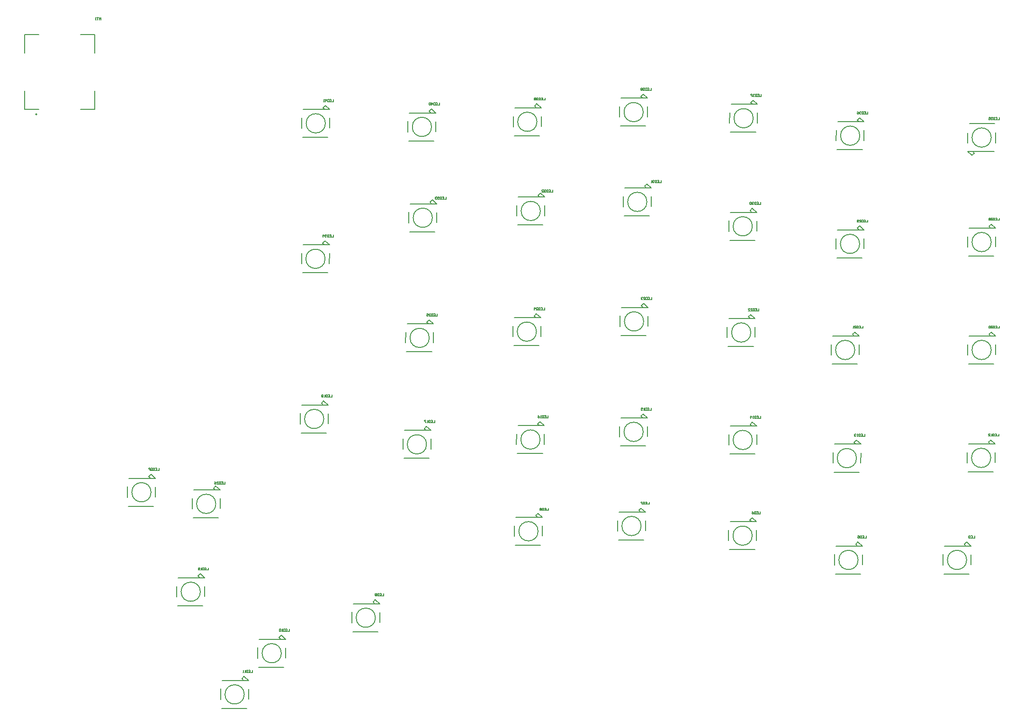
<source format=gbo>
G04*
G04 #@! TF.GenerationSoftware,Altium Limited,Altium Designer,24.5.2 (23)*
G04*
G04 Layer_Color=32896*
%FSLAX44Y44*%
%MOMM*%
G71*
G04*
G04 #@! TF.SameCoordinates,46E3B4B0-CD5B-4495-8DDB-E651780D3609*
G04*
G04*
G04 #@! TF.FilePolarity,Positive*
G04*
G01*
G75*
%ADD11C,0.2000*%
%ADD16C,0.1270*%
D11*
X49170Y602434D02*
G03*
X49170Y602434I-1000J0D01*
G01*
D16*
X945321Y-143510D02*
G03*
X945321Y-143510I-17205J0D01*
G01*
X756345Y417322D02*
G03*
X756345Y417322I-17205J0D01*
G01*
X949385Y429514D02*
G03*
X949385Y429514I-17205J0D01*
G01*
X1139885Y445770D02*
G03*
X1139885Y445770I-17205J0D01*
G01*
X369249Y-94488D02*
G03*
X369249Y-94488I-17205J0D01*
G01*
X1517329Y-194818D02*
G03*
X1517329Y-194818I-17205J0D01*
G01*
X1328099Y-151384D02*
G03*
X1328099Y-151384I-17205J0D01*
G01*
X1129471Y-134112D02*
G03*
X1129471Y-134112I-17205J0D01*
G01*
X654491Y-298196D02*
G03*
X654491Y-298196I-17205J0D01*
G01*
X486343Y-361696D02*
G03*
X486343Y-361696I-17205J0D01*
G01*
X420049Y-435356D02*
G03*
X420049Y-435356I-17205J0D01*
G01*
X1754565Y-12192D02*
G03*
X1754565Y-12192I-17205J0D01*
G01*
X1514535Y-12700D02*
G03*
X1514535Y-12700I-17205J0D01*
G01*
X1328353Y19812D02*
G03*
X1328353Y19812I-17205J0D01*
G01*
X1133281Y34290D02*
G03*
X1133281Y34290I-17205J0D01*
G01*
X948877Y20574D02*
G03*
X948877Y20574I-17205J0D01*
G01*
X745931Y11938D02*
G03*
X745931Y11938I-17205J0D01*
G01*
X562289Y57404D02*
G03*
X562289Y57404I-17205J0D01*
G01*
X341563Y-251714D02*
G03*
X341563Y-251714I-17205J0D01*
G01*
X1755327Y180848D02*
G03*
X1755327Y180848I-17205J0D01*
G01*
X1511487D02*
G03*
X1511487Y180848I-17205J0D01*
G01*
X1325559Y212090D02*
G03*
X1325559Y212090I-17205J0D01*
G01*
X1134043Y231902D02*
G03*
X1134043Y231902I-17205J0D01*
G01*
X942411Y213604D02*
G03*
X942411Y213604I-17205J0D01*
G01*
X750757Y202438D02*
G03*
X750757Y202438I-17205J0D01*
G01*
X253476Y-73722D02*
G03*
X253476Y-73722I-17205J0D01*
G01*
X1755327Y373888D02*
G03*
X1755327Y373888I-17205J0D01*
G01*
X1520123Y370586D02*
G03*
X1520123Y370586I-17205J0D01*
G01*
X1328353Y402082D02*
G03*
X1328353Y402082I-17205J0D01*
G01*
X564575Y343916D02*
G03*
X564575Y343916I-17205J0D01*
G01*
X1755327Y560832D02*
G03*
X1755327Y560832I-17205J0D01*
G01*
X1520377Y564134D02*
G03*
X1520377Y564134I-17205J0D01*
G01*
X1329877Y595376D02*
G03*
X1329877Y595376I-17205J0D01*
G01*
X1133281Y606298D02*
G03*
X1133281Y606298I-17205J0D01*
G01*
X943289Y589026D02*
G03*
X943289Y589026I-17205J0D01*
G01*
X754821Y579882D02*
G03*
X754821Y579882I-17205J0D01*
G01*
X565083Y586232D02*
G03*
X565083Y586232I-17205J0D01*
G01*
X1711385Y-194818D02*
G03*
X1711385Y-194818I-17205J0D01*
G01*
X944116Y-118510D02*
X953116D01*
X941116Y-115510D02*
X944116Y-118510D01*
X941116Y-115510D02*
X945116Y-111510D01*
X953116Y-118510D01*
X953008Y-151892D02*
X953116Y-133858D01*
X904856Y-168510D02*
X949852D01*
X903116Y-152400D02*
X903224Y-133604D01*
X905872Y-118510D02*
X944116D01*
X716896Y442322D02*
X755140D01*
X714140Y408432D02*
X714248Y427228D01*
X715880Y392322D02*
X760876D01*
X764032Y408940D02*
X764140Y426974D01*
X756140Y449322D02*
X764140Y442322D01*
X752140Y445322D02*
X756140Y449322D01*
X752140Y445322D02*
X755140Y442322D01*
X764140D01*
X948180Y454514D02*
X957180D01*
X945180Y457514D02*
X948180Y454514D01*
X945180Y457514D02*
X949180Y461514D01*
X957180Y454514D01*
X957072Y421132D02*
X957180Y439166D01*
X908920Y404514D02*
X953916D01*
X907180Y420624D02*
X907288Y439420D01*
X909936Y454514D02*
X948180D01*
X1100436Y470770D02*
X1138680D01*
X1097680Y436880D02*
X1097788Y455676D01*
X1099420Y420770D02*
X1144416D01*
X1147572Y437388D02*
X1147680Y455422D01*
X1139680Y477770D02*
X1147680Y470770D01*
X1135680Y473770D02*
X1139680Y477770D01*
X1135680Y473770D02*
X1138680Y470770D01*
X1147680D01*
X368044Y-69488D02*
X377044D01*
X365044Y-66488D02*
X368044Y-69488D01*
X365044Y-66488D02*
X369044Y-62488D01*
X377044Y-69488D01*
X376936Y-102870D02*
X377044Y-84836D01*
X328784Y-119488D02*
X373780D01*
X327044Y-103378D02*
X327152Y-84582D01*
X329800Y-69488D02*
X368044D01*
X1516124Y-169818D02*
X1525124D01*
X1513124Y-166818D02*
X1516124Y-169818D01*
X1513124Y-166818D02*
X1517124Y-162818D01*
X1525124Y-169818D01*
X1525016Y-203200D02*
X1525124Y-185166D01*
X1476864Y-219818D02*
X1521860D01*
X1475124Y-203708D02*
X1475232Y-184912D01*
X1477880Y-169818D02*
X1516124D01*
X1288650Y-126384D02*
X1326894D01*
X1285894Y-160274D02*
X1286002Y-141478D01*
X1287634Y-176384D02*
X1332630D01*
X1335786Y-159766D02*
X1335894Y-141732D01*
X1327894Y-119384D02*
X1335894Y-126384D01*
X1323894Y-123384D02*
X1327894Y-119384D01*
X1323894Y-123384D02*
X1326894Y-126384D01*
X1335894D01*
X1128266Y-109112D02*
X1137266D01*
X1125266Y-106112D02*
X1128266Y-109112D01*
X1125266Y-106112D02*
X1129266Y-102112D01*
X1137266Y-109112D01*
X1137158Y-142494D02*
X1137266Y-124460D01*
X1089006Y-159112D02*
X1134002D01*
X1087266Y-143002D02*
X1087374Y-124206D01*
X1090022Y-109112D02*
X1128266D01*
X653286Y-273196D02*
X662286D01*
X650286Y-270196D02*
X653286Y-273196D01*
X650286Y-270196D02*
X654286Y-266196D01*
X662286Y-273196D01*
X662178Y-306578D02*
X662286Y-288544D01*
X614026Y-323196D02*
X659022D01*
X612286Y-307086D02*
X612394Y-288290D01*
X615042Y-273196D02*
X653286D01*
X446894Y-336696D02*
X485138D01*
X444138Y-370586D02*
X444246Y-351790D01*
X445878Y-386696D02*
X490874D01*
X494030Y-370078D02*
X494138Y-352044D01*
X486138Y-329696D02*
X494138Y-336696D01*
X482138Y-333696D02*
X486138Y-329696D01*
X482138Y-333696D02*
X485138Y-336696D01*
X494138D01*
X418844Y-410356D02*
X427844D01*
X415844Y-407356D02*
X418844Y-410356D01*
X415844Y-407356D02*
X419844Y-403356D01*
X427844Y-410356D01*
X427736Y-443738D02*
X427844Y-425704D01*
X379584Y-460356D02*
X424580D01*
X377844Y-444246D02*
X377952Y-425450D01*
X380600Y-410356D02*
X418844D01*
X1715116Y12808D02*
X1753360D01*
X1712360Y-21082D02*
X1712468Y-2286D01*
X1714100Y-37192D02*
X1759096D01*
X1762252Y-20574D02*
X1762360Y-2540D01*
X1754360Y19808D02*
X1762360Y12808D01*
X1750360Y15808D02*
X1754360Y19808D01*
X1750360Y15808D02*
X1753360Y12808D01*
X1762360D01*
X1513330Y12300D02*
X1522330D01*
X1510330Y15300D02*
X1513330Y12300D01*
X1510330Y15300D02*
X1514330Y19300D01*
X1522330Y12300D01*
X1522222Y-21082D02*
X1522330Y-3048D01*
X1474070Y-37700D02*
X1519066D01*
X1472330Y-21590D02*
X1472438Y-2794D01*
X1475086Y12300D02*
X1513330D01*
X1288904Y44812D02*
X1327148D01*
X1286148Y10922D02*
X1286256Y29718D01*
X1287888Y-5188D02*
X1332884D01*
X1336040Y11430D02*
X1336148Y29464D01*
X1328148Y51812D02*
X1336148Y44812D01*
X1324148Y47812D02*
X1328148Y51812D01*
X1324148Y47812D02*
X1327148Y44812D01*
X1336148D01*
X1132076Y59290D02*
X1141076D01*
X1129076Y62290D02*
X1132076Y59290D01*
X1129076Y62290D02*
X1133076Y66290D01*
X1141076Y59290D01*
X1140968Y25908D02*
X1141076Y43942D01*
X1092816Y9290D02*
X1137812D01*
X1091076Y25400D02*
X1091184Y44196D01*
X1093832Y59290D02*
X1132076D01*
X909428Y45574D02*
X947672D01*
X906672Y11684D02*
X906780Y30480D01*
X908412Y-4426D02*
X953408D01*
X956564Y12192D02*
X956672Y30226D01*
X948672Y52574D02*
X956672Y45574D01*
X944672Y48574D02*
X948672Y52574D01*
X944672Y48574D02*
X947672Y45574D01*
X956672D01*
X744726Y36938D02*
X753726D01*
X741726Y39938D02*
X744726Y36938D01*
X741726Y39938D02*
X745726Y43938D01*
X753726Y36938D01*
X753618Y3556D02*
X753726Y21590D01*
X705466Y-13062D02*
X750462D01*
X703726Y3048D02*
X703834Y21844D01*
X706482Y36938D02*
X744726D01*
X522840Y82404D02*
X561084D01*
X520084Y48514D02*
X520192Y67310D01*
X521824Y32404D02*
X566820D01*
X569976Y49022D02*
X570084Y67056D01*
X562084Y89404D02*
X570084Y82404D01*
X558084Y85404D02*
X562084Y89404D01*
X558084Y85404D02*
X561084Y82404D01*
X570084D01*
X340358Y-226714D02*
X349358D01*
X337358Y-223714D02*
X340358Y-226714D01*
X337358Y-223714D02*
X341358Y-219714D01*
X349358Y-226714D01*
X349250Y-260096D02*
X349358Y-242062D01*
X301098Y-276714D02*
X346094D01*
X299358Y-260604D02*
X299466Y-241808D01*
X302114Y-226714D02*
X340358D01*
X1715878Y205848D02*
X1754122D01*
X1713122Y171958D02*
X1713230Y190754D01*
X1714862Y155848D02*
X1759858D01*
X1763014Y172466D02*
X1763122Y190500D01*
X1755122Y212848D02*
X1763122Y205848D01*
X1751122Y208848D02*
X1755122Y212848D01*
X1751122Y208848D02*
X1754122Y205848D01*
X1763122D01*
X1510282D02*
X1519282D01*
X1507282Y208848D02*
X1510282Y205848D01*
X1507282Y208848D02*
X1511282Y212848D01*
X1519282Y205848D01*
X1519174Y172466D02*
X1519282Y190500D01*
X1471022Y155848D02*
X1516018D01*
X1469282Y171958D02*
X1469390Y190754D01*
X1472038Y205848D02*
X1510282D01*
X1286110Y237090D02*
X1324354D01*
X1283354Y203200D02*
X1283462Y221996D01*
X1285094Y187090D02*
X1330090D01*
X1333246Y203708D02*
X1333354Y221742D01*
X1325354Y244090D02*
X1333354Y237090D01*
X1321354Y240090D02*
X1325354Y244090D01*
X1321354Y240090D02*
X1324354Y237090D01*
X1333354D01*
X1132838Y256902D02*
X1141838D01*
X1129838Y259902D02*
X1132838Y256902D01*
X1129838Y259902D02*
X1133838Y263902D01*
X1141838Y256902D01*
X1141730Y223520D02*
X1141838Y241554D01*
X1093578Y206902D02*
X1138574D01*
X1091838Y223012D02*
X1091946Y241808D01*
X1094594Y256902D02*
X1132838D01*
X902962Y238604D02*
X941206D01*
X900206Y204714D02*
X900314Y223510D01*
X901946Y188604D02*
X946942D01*
X950098Y205222D02*
X950206Y223256D01*
X942206Y245604D02*
X950206Y238604D01*
X938206Y241604D02*
X942206Y245604D01*
X938206Y241604D02*
X941206Y238604D01*
X950206D01*
X749552Y227438D02*
X758552D01*
X746552Y230438D02*
X749552Y227438D01*
X746552Y230438D02*
X750552Y234438D01*
X758552Y227438D01*
X758444Y194056D02*
X758552Y212090D01*
X710292Y177438D02*
X755288D01*
X708552Y193548D02*
X708660Y212344D01*
X711308Y227438D02*
X749552D01*
X252271Y-48722D02*
X261271D01*
X249271Y-45722D02*
X252271Y-48722D01*
X249271Y-45722D02*
X253271Y-41722D01*
X261271Y-48722D01*
X261163Y-82104D02*
X261271Y-64070D01*
X213011Y-98722D02*
X258007D01*
X211271Y-82612D02*
X211379Y-63816D01*
X214027Y-48722D02*
X252271D01*
X1715878Y398888D02*
X1754122D01*
X1713122Y364998D02*
X1713230Y383794D01*
X1714862Y348888D02*
X1759858D01*
X1763014Y365506D02*
X1763122Y383540D01*
X1755122Y405888D02*
X1763122Y398888D01*
X1751122Y401888D02*
X1755122Y405888D01*
X1751122Y401888D02*
X1754122Y398888D01*
X1763122D01*
X1518918Y395586D02*
X1527918D01*
X1515918Y398586D02*
X1518918Y395586D01*
X1515918Y398586D02*
X1519918Y402586D01*
X1527918Y395586D01*
X1527810Y362204D02*
X1527918Y380238D01*
X1479658Y345586D02*
X1524654D01*
X1477918Y361696D02*
X1478026Y380492D01*
X1480674Y395586D02*
X1518918D01*
X1288904Y427082D02*
X1327148D01*
X1286148Y393192D02*
X1286256Y411988D01*
X1287888Y377082D02*
X1332884D01*
X1336040Y393700D02*
X1336148Y411734D01*
X1328148Y434082D02*
X1336148Y427082D01*
X1324148Y430082D02*
X1328148Y434082D01*
X1324148Y430082D02*
X1327148Y427082D01*
X1336148D01*
X525126Y368916D02*
X563370D01*
X522370Y335026D02*
X522478Y353822D01*
X524110Y318916D02*
X569106D01*
X572262Y335534D02*
X572370Y353568D01*
X564370Y375916D02*
X572370Y368916D01*
X560370Y371916D02*
X564370Y375916D01*
X560370Y371916D02*
X563370Y368916D01*
X572370D01*
X1713122Y535832D02*
X1722122D01*
X1725122Y532832D01*
X1721122Y528832D02*
X1725122Y532832D01*
X1713122Y535832D02*
X1721122Y528832D01*
X1713122Y551180D02*
X1713230Y569214D01*
X1716386Y585832D02*
X1761382D01*
X1763014Y550926D02*
X1763122Y569722D01*
X1722122Y535832D02*
X1760366D01*
X1480928Y589134D02*
X1519172D01*
X1478172Y555244D02*
X1478280Y574040D01*
X1479912Y539134D02*
X1524908D01*
X1528064Y555752D02*
X1528172Y573786D01*
X1520172Y596134D02*
X1528172Y589134D01*
X1516172Y592134D02*
X1520172Y596134D01*
X1516172Y592134D02*
X1519172Y589134D01*
X1528172D01*
X1328672Y620376D02*
X1337672D01*
X1325672Y623376D02*
X1328672Y620376D01*
X1325672Y623376D02*
X1329672Y627376D01*
X1337672Y620376D01*
X1337564Y586994D02*
X1337672Y605028D01*
X1289412Y570376D02*
X1334408D01*
X1287672Y586486D02*
X1287780Y605282D01*
X1290428Y620376D02*
X1328672D01*
X1093832Y631298D02*
X1132076D01*
X1091076Y597408D02*
X1091184Y616204D01*
X1092816Y581298D02*
X1137812D01*
X1140968Y597916D02*
X1141076Y615950D01*
X1133076Y638298D02*
X1141076Y631298D01*
X1129076Y634298D02*
X1133076Y638298D01*
X1129076Y634298D02*
X1132076Y631298D01*
X1141076D01*
X942084Y614026D02*
X951084D01*
X939084Y617026D02*
X942084Y614026D01*
X939084Y617026D02*
X943084Y621026D01*
X951084Y614026D01*
X950976Y580644D02*
X951084Y598678D01*
X902824Y564026D02*
X947820D01*
X901084Y580136D02*
X901192Y598932D01*
X903840Y614026D02*
X942084D01*
X715372Y604882D02*
X753616D01*
X712616Y570992D02*
X712724Y589788D01*
X714356Y554882D02*
X759352D01*
X762508Y571500D02*
X762616Y589534D01*
X754616Y611882D02*
X762616Y604882D01*
X750616Y607882D02*
X754616Y611882D01*
X750616Y607882D02*
X753616Y604882D01*
X762616D01*
X563878Y611232D02*
X572878D01*
X560878Y614232D02*
X563878Y611232D01*
X560878Y614232D02*
X564878Y618232D01*
X572878Y611232D01*
X572770Y577850D02*
X572878Y595884D01*
X524618Y561232D02*
X569614D01*
X522878Y577342D02*
X522986Y596138D01*
X525634Y611232D02*
X563878D01*
X1671936Y-169818D02*
X1710180D01*
X1669180Y-203708D02*
X1669288Y-184912D01*
X1670920Y-219818D02*
X1715916D01*
X1719072Y-203200D02*
X1719180Y-185166D01*
X1711180Y-162818D02*
X1719180Y-169818D01*
X1707180Y-166818D02*
X1711180Y-162818D01*
X1707180Y-166818D02*
X1710180Y-169818D01*
X1719180D01*
X27670Y611434D02*
Y644434D01*
Y611434D02*
X53170D01*
X127170D02*
X152670D01*
Y644434D01*
X27670Y712434D02*
Y745434D01*
X53170D01*
X127170D02*
X152670D01*
Y712434D02*
Y745434D01*
X1725930Y-151893D02*
Y-155956D01*
X1723221D01*
X1719159Y-151893D02*
X1721867D01*
Y-155956D01*
X1719159D01*
X1721867Y-153925D02*
X1720513D01*
X1717805Y-151893D02*
Y-155956D01*
X1715773D01*
X1715096Y-155279D01*
Y-152570D01*
X1715773Y-151893D01*
X1717805D01*
X579628Y629157D02*
Y625094D01*
X576920D01*
X572857Y629157D02*
X575565D01*
Y625094D01*
X572857D01*
X575565Y627125D02*
X574211D01*
X571503Y629157D02*
Y625094D01*
X569471D01*
X568794Y625771D01*
Y628480D01*
X569471Y629157D01*
X571503D01*
X565409Y625094D02*
Y629157D01*
X567440Y627125D01*
X564731D01*
X563377Y625094D02*
X562023D01*
X562700D01*
Y629157D01*
X563377Y628480D01*
X769366Y622807D02*
Y618744D01*
X766657D01*
X762595Y622807D02*
X765303D01*
Y618744D01*
X762595D01*
X765303Y620775D02*
X763949D01*
X761241Y622807D02*
Y618744D01*
X759209D01*
X758532Y619421D01*
Y622130D01*
X759209Y622807D01*
X761241D01*
X755147Y618744D02*
Y622807D01*
X757178Y620775D01*
X754470D01*
X753115Y622130D02*
X752438Y622807D01*
X751084D01*
X750407Y622130D01*
Y619421D01*
X751084Y618744D01*
X752438D01*
X753115Y619421D01*
Y622130D01*
X957834Y631951D02*
Y627888D01*
X955126D01*
X951063Y631951D02*
X953771D01*
Y627888D01*
X951063D01*
X953771Y629919D02*
X952417D01*
X949709Y631951D02*
Y627888D01*
X947677D01*
X947000Y628565D01*
Y631274D01*
X947677Y631951D01*
X949709D01*
X945646Y631274D02*
X944969Y631951D01*
X943615D01*
X942937Y631274D01*
Y630597D01*
X943615Y629919D01*
X944292D01*
X943615D01*
X942937Y629242D01*
Y628565D01*
X943615Y627888D01*
X944969D01*
X945646Y628565D01*
X941583D02*
X940906Y627888D01*
X939552D01*
X938875Y628565D01*
Y631274D01*
X939552Y631951D01*
X940906D01*
X941583Y631274D01*
Y630597D01*
X940906Y629919D01*
X938875D01*
X1147826Y649223D02*
Y645160D01*
X1145117D01*
X1141055Y649223D02*
X1143763D01*
Y645160D01*
X1141055D01*
X1143763Y647191D02*
X1142409D01*
X1139701Y649223D02*
Y645160D01*
X1137669D01*
X1136992Y645837D01*
Y648546D01*
X1137669Y649223D01*
X1139701D01*
X1135638Y648546D02*
X1134961Y649223D01*
X1133607D01*
X1132930Y648546D01*
Y647868D01*
X1133607Y647191D01*
X1134284D01*
X1133607D01*
X1132930Y646514D01*
Y645837D01*
X1133607Y645160D01*
X1134961D01*
X1135638Y645837D01*
X1131575Y648546D02*
X1130898Y649223D01*
X1129544D01*
X1128867Y648546D01*
Y647868D01*
X1129544Y647191D01*
X1128867Y646514D01*
Y645837D01*
X1129544Y645160D01*
X1130898D01*
X1131575Y645837D01*
Y646514D01*
X1130898Y647191D01*
X1131575Y647868D01*
Y648546D01*
X1130898Y647191D02*
X1129544D01*
X1344422Y638301D02*
Y634238D01*
X1341714D01*
X1337651Y638301D02*
X1340359D01*
Y634238D01*
X1337651D01*
X1340359Y636269D02*
X1339005D01*
X1336297Y638301D02*
Y634238D01*
X1334265D01*
X1333588Y634915D01*
Y637624D01*
X1334265Y638301D01*
X1336297D01*
X1332234Y637624D02*
X1331557Y638301D01*
X1330203D01*
X1329525Y637624D01*
Y636946D01*
X1330203Y636269D01*
X1330880D01*
X1330203D01*
X1329525Y635592D01*
Y634915D01*
X1330203Y634238D01*
X1331557D01*
X1332234Y634915D01*
X1328171Y638301D02*
X1325463D01*
Y637624D01*
X1328171Y634915D01*
Y634238D01*
X1534922Y607059D02*
Y602996D01*
X1532213D01*
X1528151Y607059D02*
X1530859D01*
Y602996D01*
X1528151D01*
X1530859Y605027D02*
X1529505D01*
X1526797Y607059D02*
Y602996D01*
X1524765D01*
X1524088Y603673D01*
Y606382D01*
X1524765Y607059D01*
X1526797D01*
X1522734Y606382D02*
X1522057Y607059D01*
X1520703D01*
X1520025Y606382D01*
Y605704D01*
X1520703Y605027D01*
X1521380D01*
X1520703D01*
X1520025Y604350D01*
Y603673D01*
X1520703Y602996D01*
X1522057D01*
X1522734Y603673D01*
X1515963Y607059D02*
X1517317Y606382D01*
X1518671Y605027D01*
Y603673D01*
X1517994Y602996D01*
X1516640D01*
X1515963Y603673D01*
Y604350D01*
X1516640Y605027D01*
X1518671D01*
X1769872Y596899D02*
Y592836D01*
X1767164D01*
X1763101Y596899D02*
X1765809D01*
Y592836D01*
X1763101D01*
X1765809Y594867D02*
X1764455D01*
X1761747Y596899D02*
Y592836D01*
X1759715D01*
X1759038Y593513D01*
Y596222D01*
X1759715Y596899D01*
X1761747D01*
X1757684Y596222D02*
X1757007Y596899D01*
X1755653D01*
X1754975Y596222D01*
Y595545D01*
X1755653Y594867D01*
X1756330D01*
X1755653D01*
X1754975Y594190D01*
Y593513D01*
X1755653Y592836D01*
X1757007D01*
X1757684Y593513D01*
X1750913Y596899D02*
X1753621D01*
Y594867D01*
X1752267Y595545D01*
X1751590D01*
X1750913Y594867D01*
Y593513D01*
X1751590Y592836D01*
X1752944D01*
X1753621Y593513D01*
X579120Y386841D02*
Y382778D01*
X576412D01*
X572349Y386841D02*
X575057D01*
Y382778D01*
X572349D01*
X575057Y384809D02*
X573703D01*
X570995Y386841D02*
Y382778D01*
X568963D01*
X568286Y383455D01*
Y386164D01*
X568963Y386841D01*
X570995D01*
X566932Y386164D02*
X566255Y386841D01*
X564901D01*
X564224Y386164D01*
Y385486D01*
X564901Y384809D01*
X565578D01*
X564901D01*
X564224Y384132D01*
Y383455D01*
X564901Y382778D01*
X566255D01*
X566932Y383455D01*
X560838Y382778D02*
Y386841D01*
X562869Y384809D01*
X560161D01*
X780878Y454659D02*
Y450597D01*
X778169D01*
X774107Y454659D02*
X776815D01*
Y450597D01*
X774107D01*
X776815Y452628D02*
X775461D01*
X772752Y454659D02*
Y450597D01*
X770721D01*
X770044Y451274D01*
Y453982D01*
X770721Y454659D01*
X772752D01*
X768689Y453982D02*
X768012Y454659D01*
X766658D01*
X765981Y453982D01*
Y453305D01*
X766658Y452628D01*
X767335D01*
X766658D01*
X765981Y451951D01*
Y451274D01*
X766658Y450597D01*
X768012D01*
X768689Y451274D01*
X764627Y453982D02*
X763950Y454659D01*
X762596D01*
X761918Y453982D01*
Y453305D01*
X762596Y452628D01*
X763273D01*
X762596D01*
X761918Y451951D01*
Y451274D01*
X762596Y450597D01*
X763950D01*
X764627Y451274D01*
X971378Y467105D02*
Y463043D01*
X968669D01*
X964606Y467105D02*
X967315D01*
Y463043D01*
X964606D01*
X967315Y465074D02*
X965961D01*
X963252Y467105D02*
Y463043D01*
X961221D01*
X960544Y463720D01*
Y466428D01*
X961221Y467105D01*
X963252D01*
X959190Y466428D02*
X958512Y467105D01*
X957158D01*
X956481Y466428D01*
Y465751D01*
X957158Y465074D01*
X957835D01*
X957158D01*
X956481Y464397D01*
Y463720D01*
X957158Y463043D01*
X958512D01*
X959190Y463720D01*
X952418Y463043D02*
X955127D01*
X952418Y465751D01*
Y466428D01*
X953095Y467105D01*
X954450D01*
X955127Y466428D01*
X1165011Y483869D02*
Y479807D01*
X1162302D01*
X1158239Y483869D02*
X1160948D01*
Y479807D01*
X1158239D01*
X1160948Y481838D02*
X1159594D01*
X1156885Y483869D02*
Y479807D01*
X1154854D01*
X1154177Y480484D01*
Y483192D01*
X1154854Y483869D01*
X1156885D01*
X1152822Y483192D02*
X1152145Y483869D01*
X1150791D01*
X1150114Y483192D01*
Y482515D01*
X1150791Y481838D01*
X1151468D01*
X1150791D01*
X1150114Y481161D01*
Y480484D01*
X1150791Y479807D01*
X1152145D01*
X1152822Y480484D01*
X1148760Y479807D02*
X1147405D01*
X1148083D01*
Y483869D01*
X1148760Y483192D01*
X1342898Y445007D02*
Y440944D01*
X1340190D01*
X1336127Y445007D02*
X1338835D01*
Y440944D01*
X1336127D01*
X1338835Y442975D02*
X1337481D01*
X1334773Y445007D02*
Y440944D01*
X1332741D01*
X1332064Y441621D01*
Y444330D01*
X1332741Y445007D01*
X1334773D01*
X1330710Y444330D02*
X1330033Y445007D01*
X1328679D01*
X1328002Y444330D01*
Y443652D01*
X1328679Y442975D01*
X1329356D01*
X1328679D01*
X1328002Y442298D01*
Y441621D01*
X1328679Y440944D01*
X1330033D01*
X1330710Y441621D01*
X1326647Y444330D02*
X1325970Y445007D01*
X1324616D01*
X1323939Y444330D01*
Y441621D01*
X1324616Y440944D01*
X1325970D01*
X1326647Y441621D01*
Y444330D01*
X1534668Y413511D02*
Y409448D01*
X1531960D01*
X1527897Y413511D02*
X1530605D01*
Y409448D01*
X1527897D01*
X1530605Y411479D02*
X1529251D01*
X1526543Y413511D02*
Y409448D01*
X1524511D01*
X1523834Y410125D01*
Y412834D01*
X1524511Y413511D01*
X1526543D01*
X1519772Y409448D02*
X1522480D01*
X1519772Y412156D01*
Y412834D01*
X1520449Y413511D01*
X1521803D01*
X1522480Y412834D01*
X1518417Y410125D02*
X1517740Y409448D01*
X1516386D01*
X1515709Y410125D01*
Y412834D01*
X1516386Y413511D01*
X1517740D01*
X1518417Y412834D01*
Y412156D01*
X1517740Y411479D01*
X1515709D01*
X1769872Y416813D02*
Y412750D01*
X1767164D01*
X1763101Y416813D02*
X1765809D01*
Y412750D01*
X1763101D01*
X1765809Y414781D02*
X1764455D01*
X1761747Y416813D02*
Y412750D01*
X1759715D01*
X1759038Y413427D01*
Y416136D01*
X1759715Y416813D01*
X1761747D01*
X1754975Y412750D02*
X1757684D01*
X1754975Y415458D01*
Y416136D01*
X1755653Y416813D01*
X1757007D01*
X1757684Y416136D01*
X1753621D02*
X1752944Y416813D01*
X1751590D01*
X1750913Y416136D01*
Y415458D01*
X1751590Y414781D01*
X1750913Y414104D01*
Y413427D01*
X1751590Y412750D01*
X1752944D01*
X1753621Y413427D01*
Y414104D01*
X1752944Y414781D01*
X1753621Y415458D01*
Y416136D01*
X1752944Y414781D02*
X1751590D01*
X267970Y-30735D02*
Y-34798D01*
X265261D01*
X261199Y-30735D02*
X263907D01*
Y-34798D01*
X261199D01*
X263907Y-32767D02*
X262553D01*
X259845Y-30735D02*
Y-34798D01*
X257813D01*
X257136Y-34121D01*
Y-31412D01*
X257813Y-30735D01*
X259845D01*
X253074Y-34798D02*
X255782D01*
X253074Y-32090D01*
Y-31412D01*
X253751Y-30735D01*
X255105D01*
X255782Y-31412D01*
X251719Y-30735D02*
X249011D01*
Y-31412D01*
X251719Y-34121D01*
Y-34798D01*
X385908Y-54865D02*
Y-58927D01*
X383199D01*
X379137Y-54865D02*
X381845D01*
Y-58927D01*
X379137D01*
X381845Y-56896D02*
X380491D01*
X377782Y-54865D02*
Y-58927D01*
X375751D01*
X375074Y-58250D01*
Y-55542D01*
X375751Y-54865D01*
X377782D01*
X371011Y-58927D02*
X373719D01*
X371011Y-56219D01*
Y-55542D01*
X371688Y-54865D01*
X373042D01*
X373719Y-55542D01*
X366948Y-54865D02*
X368303Y-55542D01*
X369657Y-56896D01*
Y-58250D01*
X368980Y-58927D01*
X367626D01*
X366948Y-58250D01*
Y-57573D01*
X367626Y-56896D01*
X369657D01*
X765302Y245363D02*
Y241300D01*
X762594D01*
X758531Y245363D02*
X761239D01*
Y241300D01*
X758531D01*
X761239Y243331D02*
X759885D01*
X757177Y245363D02*
Y241300D01*
X755145D01*
X754468Y241977D01*
Y244686D01*
X755145Y245363D01*
X757177D01*
X750406Y241300D02*
X753114D01*
X750406Y244009D01*
Y244686D01*
X751083Y245363D01*
X752437D01*
X753114Y244686D01*
X746343Y245363D02*
X749051D01*
Y243331D01*
X747697Y244009D01*
X747020D01*
X746343Y243331D01*
Y241977D01*
X747020Y241300D01*
X748374D01*
X749051Y241977D01*
X957072Y256539D02*
Y252476D01*
X954363D01*
X950301Y256539D02*
X953009D01*
Y252476D01*
X950301D01*
X953009Y254507D02*
X951655D01*
X948947Y256539D02*
Y252476D01*
X946915D01*
X946238Y253153D01*
Y255862D01*
X946915Y256539D01*
X948947D01*
X942176Y252476D02*
X944884D01*
X942176Y255184D01*
Y255862D01*
X942853Y256539D01*
X944207D01*
X944884Y255862D01*
X938790Y252476D02*
Y256539D01*
X940821Y254507D01*
X938113D01*
X1148588Y274827D02*
Y270764D01*
X1145880D01*
X1141817Y274827D02*
X1144525D01*
Y270764D01*
X1141817D01*
X1144525Y272795D02*
X1143171D01*
X1140463Y274827D02*
Y270764D01*
X1138431D01*
X1137754Y271441D01*
Y274150D01*
X1138431Y274827D01*
X1140463D01*
X1133691Y270764D02*
X1136400D01*
X1133691Y273472D01*
Y274150D01*
X1134369Y274827D01*
X1135723D01*
X1136400Y274150D01*
X1132337D02*
X1131660Y274827D01*
X1130306D01*
X1129629Y274150D01*
Y273472D01*
X1130306Y272795D01*
X1130983D01*
X1130306D01*
X1129629Y272118D01*
Y271441D01*
X1130306Y270764D01*
X1131660D01*
X1132337Y271441D01*
X1340104Y255015D02*
Y250952D01*
X1337395D01*
X1333333Y255015D02*
X1336041D01*
Y250952D01*
X1333333D01*
X1336041Y252983D02*
X1334687D01*
X1331979Y255015D02*
Y250952D01*
X1329947D01*
X1329270Y251629D01*
Y254338D01*
X1329947Y255015D01*
X1331979D01*
X1325208Y250952D02*
X1327916D01*
X1325208Y253661D01*
Y254338D01*
X1325885Y255015D01*
X1327239D01*
X1327916Y254338D01*
X1321145Y250952D02*
X1323853D01*
X1321145Y253661D01*
Y254338D01*
X1321822Y255015D01*
X1323176D01*
X1323853Y254338D01*
X1526032Y223773D02*
Y219710D01*
X1523324D01*
X1519261Y223773D02*
X1521969D01*
Y219710D01*
X1519261D01*
X1521969Y221741D02*
X1520615D01*
X1517907Y223773D02*
Y219710D01*
X1515875D01*
X1515198Y220387D01*
Y223096D01*
X1515875Y223773D01*
X1517907D01*
X1511136Y219710D02*
X1513844D01*
X1511136Y222418D01*
Y223096D01*
X1511813Y223773D01*
X1513167D01*
X1513844Y223096D01*
X1509781Y219710D02*
X1508427D01*
X1509104D01*
Y223773D01*
X1509781Y223096D01*
X1769872Y223773D02*
Y219710D01*
X1767164D01*
X1763101Y223773D02*
X1765809D01*
Y219710D01*
X1763101D01*
X1765809Y221741D02*
X1764455D01*
X1761747Y223773D02*
Y219710D01*
X1759715D01*
X1759038Y220387D01*
Y223096D01*
X1759715Y223773D01*
X1761747D01*
X1754975Y219710D02*
X1757684D01*
X1754975Y222418D01*
Y223096D01*
X1755653Y223773D01*
X1757007D01*
X1757684Y223096D01*
X1753621D02*
X1752944Y223773D01*
X1751590D01*
X1750913Y223096D01*
Y220387D01*
X1751590Y219710D01*
X1752944D01*
X1753621Y220387D01*
Y223096D01*
X356108Y-208789D02*
Y-212852D01*
X353400D01*
X349337Y-208789D02*
X352045D01*
Y-212852D01*
X349337D01*
X352045Y-210821D02*
X350691D01*
X347983Y-208789D02*
Y-212852D01*
X345951D01*
X345274Y-212175D01*
Y-209466D01*
X345951Y-208789D01*
X347983D01*
X343920Y-212852D02*
X342566D01*
X343243D01*
Y-208789D01*
X343920Y-209466D01*
X340534Y-212175D02*
X339857Y-212852D01*
X338503D01*
X337826Y-212175D01*
Y-209466D01*
X338503Y-208789D01*
X339857D01*
X340534Y-209466D01*
Y-210144D01*
X339857Y-210821D01*
X337826D01*
X576834Y100329D02*
Y96266D01*
X574126D01*
X570063Y100329D02*
X572771D01*
Y96266D01*
X570063D01*
X572771Y98297D02*
X571417D01*
X568709Y100329D02*
Y96266D01*
X566677D01*
X566000Y96943D01*
Y99652D01*
X566677Y100329D01*
X568709D01*
X564646Y96266D02*
X563292D01*
X563969D01*
Y100329D01*
X564646Y99652D01*
X561260D02*
X560583Y100329D01*
X559229D01*
X558552Y99652D01*
Y98975D01*
X559229Y98297D01*
X558552Y97620D01*
Y96943D01*
X559229Y96266D01*
X560583D01*
X561260Y96943D01*
Y97620D01*
X560583Y98297D01*
X561260Y98975D01*
Y99652D01*
X560583Y98297D02*
X559229D01*
X760476Y54863D02*
Y50800D01*
X757767D01*
X753705Y54863D02*
X756413D01*
Y50800D01*
X753705D01*
X756413Y52831D02*
X755059D01*
X752351Y54863D02*
Y50800D01*
X750319D01*
X749642Y51477D01*
Y54186D01*
X750319Y54863D01*
X752351D01*
X748288Y50800D02*
X746934D01*
X747611D01*
Y54863D01*
X748288Y54186D01*
X744902Y54863D02*
X742194D01*
Y54186D01*
X744902Y51477D01*
Y50800D01*
X963422Y63499D02*
Y59436D01*
X960714D01*
X956651Y63499D02*
X959359D01*
Y59436D01*
X956651D01*
X959359Y61467D02*
X958005D01*
X955297Y63499D02*
Y59436D01*
X953265D01*
X952588Y60113D01*
Y62822D01*
X953265Y63499D01*
X955297D01*
X951234Y59436D02*
X949880D01*
X950557D01*
Y63499D01*
X951234Y62822D01*
X945140Y63499D02*
X946494Y62822D01*
X947848Y61467D01*
Y60113D01*
X947171Y59436D01*
X945817D01*
X945140Y60113D01*
Y60790D01*
X945817Y61467D01*
X947848D01*
X1147826Y77215D02*
Y73152D01*
X1145117D01*
X1141055Y77215D02*
X1143763D01*
Y73152D01*
X1141055D01*
X1143763Y75183D02*
X1142409D01*
X1139701Y77215D02*
Y73152D01*
X1137669D01*
X1136992Y73829D01*
Y76538D01*
X1137669Y77215D01*
X1139701D01*
X1135638Y73152D02*
X1134284D01*
X1134961D01*
Y77215D01*
X1135638Y76538D01*
X1129544Y77215D02*
X1132252D01*
Y75183D01*
X1130898Y75861D01*
X1130221D01*
X1129544Y75183D01*
Y73829D01*
X1130221Y73152D01*
X1131575D01*
X1132252Y73829D01*
X1342898Y62737D02*
Y58674D01*
X1340190D01*
X1336127Y62737D02*
X1338835D01*
Y58674D01*
X1336127D01*
X1338835Y60705D02*
X1337481D01*
X1334773Y62737D02*
Y58674D01*
X1332741D01*
X1332064Y59351D01*
Y62060D01*
X1332741Y62737D01*
X1334773D01*
X1330710Y58674D02*
X1329356D01*
X1330033D01*
Y62737D01*
X1330710Y62060D01*
X1325293Y58674D02*
Y62737D01*
X1327324Y60705D01*
X1324616D01*
X1529080Y30225D02*
Y26162D01*
X1526371D01*
X1522309Y30225D02*
X1525017D01*
Y26162D01*
X1522309D01*
X1525017Y28193D02*
X1523663D01*
X1520955Y30225D02*
Y26162D01*
X1518923D01*
X1518246Y26839D01*
Y29548D01*
X1518923Y30225D01*
X1520955D01*
X1516892Y26162D02*
X1515538D01*
X1516215D01*
Y30225D01*
X1516892Y29548D01*
X1513506D02*
X1512829Y30225D01*
X1511475D01*
X1510798Y29548D01*
Y28870D01*
X1511475Y28193D01*
X1512152D01*
X1511475D01*
X1510798Y27516D01*
Y26839D01*
X1511475Y26162D01*
X1512829D01*
X1513506Y26839D01*
X1769110Y30733D02*
Y26670D01*
X1766402D01*
X1762339Y30733D02*
X1765047D01*
Y26670D01*
X1762339D01*
X1765047Y28701D02*
X1763693D01*
X1760985Y30733D02*
Y26670D01*
X1758953D01*
X1758276Y27347D01*
Y30056D01*
X1758953Y30733D01*
X1760985D01*
X1756922Y26670D02*
X1755568D01*
X1756245D01*
Y30733D01*
X1756922Y30056D01*
X1750828Y26670D02*
X1753536D01*
X1750828Y29378D01*
Y30056D01*
X1751505Y30733D01*
X1752859D01*
X1753536Y30056D01*
X434594Y-392431D02*
Y-396494D01*
X431885D01*
X427823Y-392431D02*
X430531D01*
Y-396494D01*
X427823D01*
X430531Y-394463D02*
X429177D01*
X426469Y-392431D02*
Y-396494D01*
X424437D01*
X423760Y-395817D01*
Y-393108D01*
X424437Y-392431D01*
X426469D01*
X422406Y-396494D02*
X421052D01*
X421729D01*
Y-392431D01*
X422406Y-393108D01*
X419020Y-396494D02*
X417666D01*
X418343D01*
Y-392431D01*
X419020Y-393108D01*
X500888Y-318771D02*
Y-322834D01*
X498180D01*
X494117Y-318771D02*
X496825D01*
Y-322834D01*
X494117D01*
X496825Y-320803D02*
X495471D01*
X492763Y-318771D02*
Y-322834D01*
X490731D01*
X490054Y-322157D01*
Y-319448D01*
X490731Y-318771D01*
X492763D01*
X488700Y-322834D02*
X487346D01*
X488023D01*
Y-318771D01*
X488700Y-319448D01*
X485314D02*
X484637Y-318771D01*
X483283D01*
X482606Y-319448D01*
Y-322157D01*
X483283Y-322834D01*
X484637D01*
X485314Y-322157D01*
Y-319448D01*
X669036Y-255271D02*
Y-259334D01*
X666328D01*
X662265Y-255271D02*
X664973D01*
Y-259334D01*
X662265D01*
X664973Y-257303D02*
X663619D01*
X660911Y-255271D02*
Y-259334D01*
X658879D01*
X658202Y-258657D01*
Y-255948D01*
X658879Y-255271D01*
X660911D01*
X656848Y-258657D02*
X656171Y-259334D01*
X654817D01*
X654139Y-258657D01*
Y-255948D01*
X654817Y-255271D01*
X656171D01*
X656848Y-255948D01*
Y-256625D01*
X656171Y-257303D01*
X654139D01*
X963504Y-102109D02*
Y-106171D01*
X960796D01*
X956733Y-102109D02*
X959442D01*
Y-106171D01*
X956733D01*
X959442Y-104140D02*
X958087D01*
X955379Y-102109D02*
Y-106171D01*
X953347D01*
X952670Y-105494D01*
Y-102786D01*
X953347Y-102109D01*
X955379D01*
X951316Y-102786D02*
X950639Y-102109D01*
X949285D01*
X948608Y-102786D01*
Y-103463D01*
X949285Y-104140D01*
X948608Y-104817D01*
Y-105494D01*
X949285Y-106171D01*
X950639D01*
X951316Y-105494D01*
Y-104817D01*
X950639Y-104140D01*
X951316Y-103463D01*
Y-102786D01*
X950639Y-104140D02*
X949285D01*
X1144016Y-91187D02*
Y-95250D01*
X1141308D01*
X1137245Y-91187D02*
X1139953D01*
Y-95250D01*
X1137245D01*
X1139953Y-93219D02*
X1138599D01*
X1135891Y-91187D02*
Y-95250D01*
X1133859D01*
X1133182Y-94573D01*
Y-91864D01*
X1133859Y-91187D01*
X1135891D01*
X1131828D02*
X1129119D01*
Y-91864D01*
X1131828Y-94573D01*
Y-95250D01*
X1342644Y-108459D02*
Y-112522D01*
X1339935D01*
X1335873Y-108459D02*
X1338581D01*
Y-112522D01*
X1335873D01*
X1338581Y-110491D02*
X1337227D01*
X1334519Y-108459D02*
Y-112522D01*
X1332487D01*
X1331810Y-111845D01*
Y-109136D01*
X1332487Y-108459D01*
X1334519D01*
X1327747D02*
X1329102Y-109136D01*
X1330456Y-110491D01*
Y-111845D01*
X1329779Y-112522D01*
X1328425D01*
X1327747Y-111845D01*
Y-111168D01*
X1328425Y-110491D01*
X1330456D01*
X1531874Y-151893D02*
Y-155956D01*
X1529165D01*
X1525103Y-151893D02*
X1527811D01*
Y-155956D01*
X1525103D01*
X1527811Y-153925D02*
X1526457D01*
X1523749Y-151893D02*
Y-155956D01*
X1521717D01*
X1521040Y-155279D01*
Y-152570D01*
X1521717Y-151893D01*
X1523749D01*
X1516978D02*
X1519686D01*
Y-153925D01*
X1518332Y-153247D01*
X1517655D01*
X1516978Y-153925D01*
Y-155279D01*
X1517655Y-155956D01*
X1519009D01*
X1519686Y-155279D01*
X163576Y771144D02*
Y775207D01*
X162222Y773852D01*
X160868Y775207D01*
Y771144D01*
X159513Y775207D02*
X156805D01*
X158159D01*
Y771144D01*
X155451D02*
X154096D01*
X154774D01*
Y775207D01*
X155451Y774530D01*
M02*

</source>
